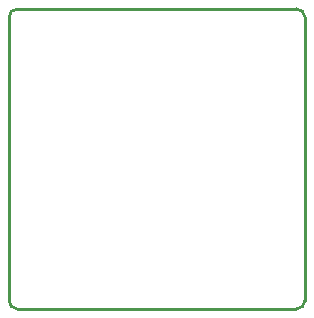
<source format=gko>
G04*
G04 #@! TF.GenerationSoftware,Altium Limited,Altium Designer,22.1.2 (22)*
G04*
G04 Layer_Color=16711935*
%FSLAX44Y44*%
%MOMM*%
G71*
G04*
G04 #@! TF.SameCoordinates,9297B7E3-83E3-42CA-A819-2C289E2C524A*
G04*
G04*
G04 #@! TF.FilePolarity,Positive*
G04*
G01*
G75*
%ADD33C,0.2540*%
D33*
X6250Y253000D02*
G03*
X-750Y246000I0J-7000D01*
G01*
X249750D02*
G03*
X242750Y253000I-7000J0D01*
G01*
Y-1000D02*
G03*
X249750Y6000I0J7000D01*
G01*
X-750D02*
G03*
X6250Y-1000I7000J0D01*
G01*
Y253000D02*
X242750Y253000D01*
X249750Y6000D02*
Y246000D01*
X237050Y-1000D02*
X242550D01*
X6250D02*
X237050D01*
X-750Y6000D02*
Y246000D01*
M02*

</source>
